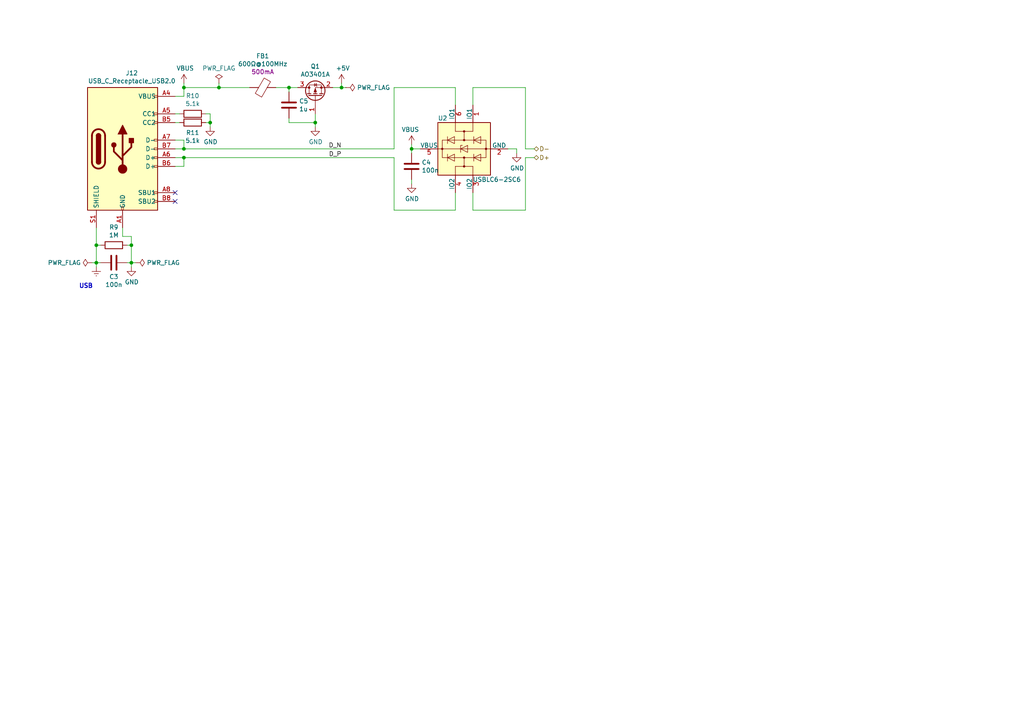
<source format=kicad_sch>
(kicad_sch (version 20200714) (host eeschema "(5.99.0-2360-g1790c536e)")
  (page 2 5)
  (paper "A4")
  (title_block (date "2020-08-29"))
  (lib_symbols
    (symbol "Connector:USB_C_Receptacle_USB2.0"
      (property "Reference" "J" (at -10.16 19.05 0))
      (property "Value" "USB_C_Receptacle_USB2.0" (at 19.05 19.05 0))
      (symbol "USB_C_Receptacle_USB2.0_0_1"
        (arc (start -8.89 -3.81) (end -5.08 -3.81) (radius (at -6.985 -3.81) (length 1.905) (angles -179.9 -0.1)) (stroke (width 0.508)))
        (arc (start -7.62 -3.81) (end -6.35 -3.81) (radius (at -6.985 -3.81) (length 0.635) (angles -179.9 -0.1)) (stroke (width 0.254)))
        (arc (start -7.62 -3.81) (end -6.35 -3.81) (radius (at -6.985 -3.81) (length 0.635) (angles -179.9 -0.1)) (stroke (width 0.254)) (fill (type outline)))
        (arc (start -6.35 3.81) (end -7.62 3.81) (radius (at -6.985 3.81) (length 0.635) (angles 0.1 179.9)) (stroke (width 0.254)) (fill (type outline)))
        (arc (start -6.35 3.81) (end -7.62 3.81) (radius (at -6.985 3.81) (length 0.635) (angles 0.1 179.9)) (stroke (width 0.254)))
        (arc (start -5.08 3.81) (end -8.89 3.81) (radius (at -6.985 3.81) (length 1.905) (angles 0.1 179.9)) (stroke (width 0.508)))
        (circle (center -2.54 1.143) (radius 0.635) (stroke (width 0.254)) (fill (type outline)))
        (circle (center 0 -5.842) (radius 1.27) (fill (type outline)))
        (rectangle (start -10.16 17.78) (end 10.16 -17.78) (stroke (width 0.254)) (fill (type background)))
        (rectangle (start -7.62 -3.81) (end -6.35 3.81) (stroke (width 0.254)) (fill (type outline)))
        (rectangle (start 1.905 1.778) (end 3.175 3.048) (stroke (width 0.254)) (fill (type outline)))
        (polyline (pts (xy -8.89 -3.81) (xy -8.89 3.81)) (stroke (width 0.508)))
        (polyline (pts (xy -5.08 3.81) (xy -5.08 -3.81)) (stroke (width 0.508)))
        (polyline (pts (xy 0 -5.842) (xy 0 4.318)) (stroke (width 0.508)))
        (polyline (pts (xy 0 -3.302) (xy -2.54 -0.762) (xy -2.54 0.508)) (stroke (width 0.508)))
        (polyline (pts (xy 0 -2.032) (xy 2.54 0.508) (xy 2.54 1.778)) (stroke (width 0.508)))
        (polyline (pts (xy -1.27 4.318) (xy 0 6.858) (xy 1.27 4.318) (xy -1.27 4.318)) (stroke (width 0.254)) (fill (type outline)))
      )
      (symbol "USB_C_Receptacle_USB2.0_0_0"
        (rectangle (start -0.254 -17.78) (end 0.254 -16.764))
        (rectangle (start 10.16 -14.986) (end 9.144 -15.494))
        (rectangle (start 10.16 -12.446) (end 9.144 -12.954))
        (rectangle (start 10.16 -4.826) (end 9.144 -5.334))
        (rectangle (start 10.16 -2.286) (end 9.144 -2.794))
        (rectangle (start 10.16 0.254) (end 9.144 -0.254))
        (rectangle (start 10.16 2.794) (end 9.144 2.286))
        (rectangle (start 10.16 7.874) (end 9.144 7.366))
        (rectangle (start 10.16 10.414) (end 9.144 9.906))
        (rectangle (start 10.16 15.494) (end 9.144 14.986))
      )
      (symbol "USB_C_Receptacle_USB2.0_1_1"
        (pin power_in line (at 0 -22.86 90) (length 5.08) (name "GND") (number "A1"))
        (pin passive line (at 0 -22.86 90) (length 5.08) hide (name "GND") (number "A12"))
        (pin power_in line (at 15.24 15.24 180) (length 5.08) (name "VBUS") (number "A4"))
        (pin bidirectional line (at 15.24 10.16 180) (length 5.08) (name "CC1") (number "A5"))
        (pin bidirectional line (at 15.24 -2.54 180) (length 5.08) (name "D+") (number "A6"))
        (pin bidirectional line (at 15.24 2.54 180) (length 5.08) (name "D-") (number "A7"))
        (pin bidirectional line (at 15.24 -12.7 180) (length 5.08) (name "SBU1") (number "A8"))
        (pin passive line (at 15.24 15.24 180) (length 5.08) hide (name "VBUS") (number "A9"))
        (pin passive line (at 0 -22.86 90) (length 5.08) hide (name "GND") (number "B1"))
        (pin passive line (at 0 -22.86 90) (length 5.08) hide (name "GND") (number "B12"))
        (pin passive line (at 15.24 15.24 180) (length 5.08) hide (name "VBUS") (number "B4"))
        (pin bidirectional line (at 15.24 7.62 180) (length 5.08) (name "CC2") (number "B5"))
        (pin bidirectional line (at 15.24 -5.08 180) (length 5.08) (name "D+") (number "B6"))
        (pin bidirectional line (at 15.24 0 180) (length 5.08) (name "D-") (number "B7"))
        (pin bidirectional line (at 15.24 -15.24 180) (length 5.08) (name "SBU2") (number "B8"))
        (pin passive line (at 15.24 15.24 180) (length 5.08) hide (name "VBUS") (number "B9"))
        (pin passive line (at -7.62 -22.86 90) (length 5.08) (name "SHIELD") (number "S1"))
      )
    )
    (symbol "Device:C" (pin_numbers hide) (pin_names (offset 0.254))
      (property "Reference" "C" (at 0.635 2.54 0))
      (property "Value" "C" (at 0.635 -2.54 0))
      (symbol "C_0_1"
        (polyline (pts (xy -2.032 -0.762) (xy 2.032 -0.762)) (stroke (width 0.508)))
        (polyline (pts (xy -2.032 0.762) (xy 2.032 0.762)) (stroke (width 0.508)))
      )
      (symbol "C_1_1"
        (pin passive line (at 0 3.81 270) (length 2.794) (name "~") (number "1"))
        (pin passive line (at 0 -3.81 90) (length 2.794) (name "~") (number "2"))
      )
    )
    (symbol "Device:Ferrite_Bead" (pin_numbers hide) (pin_names (offset 0))
      (property "Reference" "FB" (at -3.81 0.635 90))
      (property "Value" "Ferrite_Bead" (at 3.81 0 90))
      (symbol "Ferrite_Bead_0_1"
        (polyline (pts (xy 0 -1.27) (xy 0 -1.2192)))
        (polyline (pts (xy 0 1.27) (xy 0 1.2954)))
        (polyline (pts (xy -2.7686 0.4064) (xy -1.7018 2.2606) (xy 2.7686 -0.3048) (xy 1.6764 -2.159) (xy -2.7686 0.4064)))
      )
      (symbol "Ferrite_Bead_1_1"
        (pin passive line (at 0 3.81 270) (length 2.54) (name "~") (number "1"))
        (pin passive line (at 0 -3.81 90) (length 2.54) (name "~") (number "2"))
      )
    )
    (symbol "Device:R" (pin_numbers hide) (pin_names (offset 0))
      (property "Reference" "R" (at 2.032 0 90))
      (property "Value" "R" (at 0 0 90))
      (symbol "R_0_1"
        (rectangle (start -1.016 -2.54) (end 1.016 2.54) (stroke (width 0.254)))
      )
      (symbol "R_1_1"
        (pin passive line (at 0 3.81 270) (length 1.27) (name "~") (number "1"))
        (pin passive line (at 0 -3.81 90) (length 1.27) (name "~") (number "2"))
      )
    )
    (symbol "Device:R_1" (pin_numbers hide) (pin_names (offset 0))
      (property "Reference" "R" (at 2.032 0 90))
      (property "Value" "R" (at 0 0 90))
      (symbol "R_1_0_1"
        (rectangle (start -1.016 -2.54) (end 1.016 2.54) (stroke (width 0.254)))
      )
      (symbol "R_1_1_1"
        (pin passive line (at 0 3.81 270) (length 1.27) (name "~") (number "1"))
        (pin passive line (at 0 -3.81 90) (length 1.27) (name "~") (number "2"))
      )
    )
    (symbol "Power_Protection:USBLC6-2SC6" (pin_names (offset 0))
      (property "Reference" "U" (at 5.08 8.89 0))
      (property "Value" "USBLC6-2SC6" (at 10.16 -10.16 0))
      (symbol "USBLC6-2SC6_0_1"
        (circle (center -5.08 0) (radius 0.254) (fill (type outline)))
        (circle (center -2.54 0) (radius 0.254) (fill (type outline)))
        (circle (center 0 -6.35) (radius 0.254) (fill (type outline)))
        (circle (center 0 6.35) (radius 0.254) (fill (type outline)))
        (circle (center 2.54 0) (radius 0.254) (fill (type outline)))
        (circle (center 5.08 0) (radius 0.254) (fill (type outline)))
        (rectangle (start -7.62 -7.62) (end 7.62 7.62) (stroke (width 0.254)) (fill (type background)))
        (rectangle (start -2.54 6.35) (end 2.54 -6.35))
        (polyline (pts (xy -5.08 -2.54) (xy -7.62 -2.54)))
        (polyline (pts (xy -5.08 0) (xy -5.08 -2.54)))
        (polyline (pts (xy -5.08 2.54) (xy -7.62 2.54)))
        (polyline (pts (xy -1.524 -2.794) (xy -3.556 -2.794)))
        (polyline (pts (xy -1.524 4.826) (xy -3.556 4.826)))
        (polyline (pts (xy 0 -7.62) (xy 0 -6.35)))
        (polyline (pts (xy 0 -6.35) (xy 0 1.27)))
        (polyline (pts (xy 0 1.27) (xy 0 6.35)))
        (polyline (pts (xy 0 6.35) (xy 0 7.62)))
        (polyline (pts (xy 1.524 -2.794) (xy 3.556 -2.794)))
        (polyline (pts (xy 1.524 4.826) (xy 3.556 4.826)))
        (polyline (pts (xy 5.08 -2.54) (xy 7.62 -2.54)))
        (polyline (pts (xy 5.08 0) (xy 5.08 -2.54)))
        (polyline (pts (xy 5.08 2.54) (xy 7.62 2.54)))
        (polyline (pts (xy -2.54 0) (xy -5.08 0) (xy -5.08 2.54)))
        (polyline (pts (xy 2.54 0) (xy 5.08 0) (xy 5.08 2.54)))
        (polyline (pts (xy -3.556 -4.826) (xy -1.524 -4.826) (xy -2.54 -2.794) (xy -3.556 -4.826)))
        (polyline (pts (xy -3.556 2.794) (xy -1.524 2.794) (xy -2.54 4.826) (xy -3.556 2.794)))
        (polyline (pts (xy -1.016 -1.016) (xy 1.016 -1.016) (xy 0 1.016) (xy -1.016 -1.016)))
        (polyline (pts (xy 1.016 1.016) (xy 0.762 1.016) (xy -1.016 1.016) (xy -1.016 0.508)))
        (polyline (pts (xy 3.556 -4.826) (xy 1.524 -4.826) (xy 2.54 -2.794) (xy 3.556 -4.826)))
        (polyline (pts (xy 3.556 2.794) (xy 1.524 2.794) (xy 2.54 4.826) (xy 3.556 2.794)))
      )
      (symbol "USBLC6-2SC6_1_1"
        (pin passive line (at -12.7 -2.54 0) (length 5.08) (name "IO1") (number "1"))
        (pin passive line (at 0 -12.7 90) (length 5.08) (name "GND") (number "2"))
        (pin passive line (at 12.7 -2.54 180) (length 5.08) (name "IO2") (number "3"))
        (pin passive line (at 12.7 2.54 180) (length 5.08) (name "IO2") (number "4"))
        (pin passive line (at 0 12.7 270) (length 5.08) (name "VBUS") (number "5"))
        (pin passive line (at -12.7 2.54 0) (length 5.08) (name "IO1") (number "6"))
      )
    )
    (symbol "Transistor_FET:AO3401A" (pin_names (offset 0) hide)
      (property "Reference" "Q" (at 5.08 1.905 0))
      (property "Value" "AO3401A" (at 5.08 0 0))
      (symbol "AO3401A_0_1"
        (circle (center 1.651 0) (radius 2.8194) (stroke (width 0.254)))
        (circle (center 2.54 -1.778) (radius 0.2794) (fill (type outline)))
        (circle (center 2.54 1.778) (radius 0.2794) (fill (type outline)))
        (polyline (pts (xy -2.54 0) (xy 0.254 0)))
        (polyline (pts (xy 0.762 -1.778) (xy 2.54 -1.778)))
        (polyline (pts (xy 0.762 -1.27) (xy 0.762 -2.286)) (stroke (width 0.254)))
        (polyline (pts (xy 0.762 0) (xy 2.54 0)))
        (polyline (pts (xy 0.762 0.508) (xy 0.762 -0.508)) (stroke (width 0.254)))
        (polyline (pts (xy 0.762 1.778) (xy 2.54 1.778)))
        (polyline (pts (xy 0.762 2.286) (xy 0.762 1.27)) (stroke (width 0.254)))
        (polyline (pts (xy 2.54 -1.778) (xy 2.54 -2.54)))
        (polyline (pts (xy 2.54 -1.778) (xy 2.54 0)))
        (polyline (pts (xy 2.54 2.54) (xy 2.54 1.778)))
        (polyline (pts (xy 0.254 1.905) (xy 0.254 -1.905) (xy 0.254 -1.905)) (stroke (width 0.254)))
        (polyline (pts (xy 2.54 -1.778) (xy 3.302 -1.778) (xy 3.302 1.778) (xy 2.54 1.778)))
        (polyline (pts (xy 2.794 -0.508) (xy 2.921 -0.381) (xy 3.683 -0.381) (xy 3.81 -0.254)))
        (polyline (pts (xy 3.302 -0.381) (xy 2.921 0.254) (xy 3.683 0.254) (xy 3.302 -0.381)))
        (polyline (pts (xy 2.286 0) (xy 1.27 -0.381) (xy 1.27 0.381) (xy 2.286 0)) (fill (type outline)))
      )
      (symbol "AO3401A_1_1"
        (pin input line (at -5.08 0 0) (length 2.54) (name "G") (number "1"))
        (pin passive line (at 2.54 -5.08 90) (length 2.54) (name "S") (number "2"))
        (pin passive line (at 2.54 5.08 270) (length 2.54) (name "D") (number "3"))
      )
    )
    (symbol "power:+5V" (power) (pin_names (offset 0))
      (property "Value" "+5V" (at 0 3.556 0))
      (symbol "+5V_0_1"
        (polyline (pts (xy -0.762 1.27) (xy 0 2.54)))
        (polyline (pts (xy 0 0) (xy 0 2.54)))
        (polyline (pts (xy 0 2.54) (xy 0.762 1.27)))
      )
      (symbol "+5V_1_1"
        (pin power_in line (at 0 0 90) (length 0) hide (name "+5V") (number "1"))
      )
    )
    (symbol "power:Earth" (power) (pin_names (offset 0))
      (symbol "Earth_0_1"
        (polyline (pts (xy -0.635 -1.905) (xy 0.635 -1.905)))
        (polyline (pts (xy -0.127 -2.54) (xy 0.127 -2.54)))
        (polyline (pts (xy 0 -1.27) (xy 0 0)))
        (polyline (pts (xy 1.27 -1.27) (xy -1.27 -1.27)))
      )
      (symbol "Earth_1_1"
        (pin power_in line (at 0 0 270) (length 0) hide (name "Earth") (number "1"))
      )
    )
    (symbol "power:GND" (power) (pin_names (offset 0))
      (property "Value" "GND" (at 0 -3.81 0))
      (symbol "GND_0_1"
        (polyline (pts (xy 0 0) (xy 0 -1.27) (xy 1.27 -1.27) (xy 0 -2.54) (xy -1.27 -1.27) (xy 0 -1.27)))
      )
      (symbol "GND_1_1"
        (pin power_in line (at 0 0 270) (length 0) hide (name "GND") (number "1"))
      )
    )
    (symbol "power:PWR_FLAG" (power) (pin_numbers hide) (pin_names (offset 0) hide)
      (property "Value" "PWR_FLAG" (at 0 3.81 0))
      (symbol "PWR_FLAG_0_1"
        (polyline (pts (xy 0 0) (xy 0 1.27) (xy -1.016 1.905) (xy 0 2.54) (xy 1.016 1.905) (xy 0 1.27)))
      )
      (symbol "PWR_FLAG_0_0"
        (pin power_out line (at 0 0 90) (length 0) (name "pwr") (number "1"))
      )
    )
    (symbol "power:VBUS" (power) (pin_names (offset 0))
      (property "Value" "VBUS" (at 0 3.81 0))
      (symbol "VBUS_0_1"
        (polyline (pts (xy -0.762 1.27) (xy 0 2.54)))
        (polyline (pts (xy 0 0) (xy 0 2.54)))
        (polyline (pts (xy 0 2.54) (xy 0.762 1.27)))
      )
      (symbol "VBUS_1_1"
        (pin power_in line (at 0 0 90) (length 0) hide (name "VBUS") (number "1"))
      )
    )
  )
  (junction (at 27.94 71.12))
  (junction (at 27.94 76.2))
  (junction (at 38.1 71.12))
  (junction (at 38.1 76.2))
  (junction (at 53.34 25.4))
  (junction (at 53.34 43.18))
  (junction (at 53.34 45.72))
  (junction (at 60.96 35.56))
  (junction (at 63.5 25.4))
  (junction (at 83.82 25.4))
  (junction (at 91.44 35.56))
  (junction (at 99.06 25.4))
  (junction (at 119.38 43.18))
  (no_connect (at 50.8 55.88))
  (no_connect (at 50.8 58.42))
  (wire (pts (xy 26.67 76.2) (xy 27.94 76.2)))
  (wire (pts (xy 27.94 66.04) (xy 27.94 71.12)))
  (wire (pts (xy 27.94 71.12) (xy 27.94 76.2)))
  (wire (pts (xy 27.94 71.12) (xy 29.21 71.12)))
  (wire (pts (xy 27.94 76.2) (xy 27.94 77.47)))
  (wire (pts (xy 27.94 76.2) (xy 29.21 76.2)))
  (wire (pts (xy 35.56 66.04) (xy 35.56 68.58)))
  (wire (pts (xy 35.56 68.58) (xy 38.1 68.58)))
  (wire (pts (xy 36.83 71.12) (xy 38.1 71.12)))
  (wire (pts (xy 36.83 76.2) (xy 38.1 76.2)))
  (wire (pts (xy 38.1 68.58) (xy 38.1 71.12)))
  (wire (pts (xy 38.1 71.12) (xy 38.1 76.2)))
  (wire (pts (xy 38.1 76.2) (xy 38.1 77.47)))
  (wire (pts (xy 38.1 76.2) (xy 39.37 76.2)))
  (wire (pts (xy 50.8 27.94) (xy 53.34 27.94)))
  (wire (pts (xy 50.8 33.02) (xy 52.07 33.02)))
  (wire (pts (xy 50.8 35.56) (xy 52.07 35.56)))
  (wire (pts (xy 50.8 40.64) (xy 53.34 40.64)))
  (wire (pts (xy 50.8 43.18) (xy 53.34 43.18)))
  (wire (pts (xy 50.8 45.72) (xy 53.34 45.72)))
  (wire (pts (xy 53.34 24.13) (xy 53.34 25.4)))
  (wire (pts (xy 53.34 25.4) (xy 53.34 27.94)))
  (wire (pts (xy 53.34 25.4) (xy 63.5 25.4)))
  (wire (pts (xy 53.34 40.64) (xy 53.34 43.18)))
  (wire (pts (xy 53.34 43.18) (xy 114.3 43.18)))
  (wire (pts (xy 53.34 45.72) (xy 53.34 48.26)))
  (wire (pts (xy 53.34 45.72) (xy 114.3 45.72)))
  (wire (pts (xy 53.34 48.26) (xy 50.8 48.26)))
  (wire (pts (xy 59.69 33.02) (xy 60.96 33.02)))
  (wire (pts (xy 59.69 35.56) (xy 60.96 35.56)))
  (wire (pts (xy 60.96 33.02) (xy 60.96 35.56)))
  (wire (pts (xy 60.96 35.56) (xy 60.96 36.83)))
  (wire (pts (xy 63.5 24.13) (xy 63.5 25.4)))
  (wire (pts (xy 63.5 25.4) (xy 72.39 25.4)))
  (wire (pts (xy 80.01 25.4) (xy 83.82 25.4)))
  (wire (pts (xy 83.82 25.4) (xy 83.82 26.67)))
  (wire (pts (xy 83.82 25.4) (xy 86.36 25.4)))
  (wire (pts (xy 83.82 34.29) (xy 83.82 35.56)))
  (wire (pts (xy 83.82 35.56) (xy 91.44 35.56)))
  (wire (pts (xy 91.44 33.02) (xy 91.44 35.56)))
  (wire (pts (xy 91.44 35.56) (xy 91.44 36.83)))
  (wire (pts (xy 96.52 25.4) (xy 99.06 25.4)))
  (wire (pts (xy 99.06 24.13) (xy 99.06 25.4)))
  (wire (pts (xy 99.06 25.4) (xy 100.33 25.4)))
  (wire (pts (xy 114.3 25.4) (xy 114.3 43.18)))
  (wire (pts (xy 114.3 45.72) (xy 114.3 60.96)))
  (wire (pts (xy 114.3 60.96) (xy 132.08 60.96)))
  (wire (pts (xy 119.38 41.91) (xy 119.38 43.18)))
  (wire (pts (xy 119.38 43.18) (xy 119.38 44.45)))
  (wire (pts (xy 119.38 52.07) (xy 119.38 53.34)))
  (wire (pts (xy 121.92 43.18) (xy 119.38 43.18)))
  (wire (pts (xy 132.08 25.4) (xy 114.3 25.4)))
  (wire (pts (xy 132.08 30.48) (xy 132.08 25.4)))
  (wire (pts (xy 132.08 60.96) (xy 132.08 55.88)))
  (wire (pts (xy 137.16 25.4) (xy 152.4 25.4)))
  (wire (pts (xy 137.16 30.48) (xy 137.16 25.4)))
  (wire (pts (xy 137.16 55.88) (xy 137.16 60.96)))
  (wire (pts (xy 137.16 60.96) (xy 152.4 60.96)))
  (wire (pts (xy 147.32 43.18) (xy 149.86 43.18)))
  (wire (pts (xy 149.86 43.18) (xy 149.86 44.45)))
  (wire (pts (xy 152.4 25.4) (xy 152.4 43.18)))
  (wire (pts (xy 152.4 43.18) (xy 154.94 43.18)))
  (wire (pts (xy 152.4 45.72) (xy 154.94 45.72)))
  (wire (pts (xy 152.4 60.96) (xy 152.4 45.72)))
  (text "USB" (at 22.86 83.82 0) (effects (font (size 1.27 1.27) (thickness 0.254) bold) (justify left bottom)))
  (label "D_N" (at 99.06 43.18 180))
  (label "D_P" (at 99.06 45.72 180))
  (hierarchical_label "D-" (shape bidirectional) (at 154.94 43.18 0))
  (hierarchical_label "D+" (shape bidirectional) (at 154.94 45.72 0))
  (symbol (lib_id "power:PWR_FLAG") (at 26.67 76.2 90) (unit 1)
    (property "Reference" "#FLG0103" (effects hide))
    (property "Value" "PWR_FLAG" (at 23.495 76.2 90) (effects (justify left)))
  )
  (symbol (lib_id "power:PWR_FLAG") (at 39.37 76.2 270) (unit 1)
    (property "Reference" "#FLG0105" (effects hide))
    (property "Value" "PWR_FLAG" (at 42.5451 76.2 90) (effects (justify left)))
  )
  (symbol (lib_id "power:PWR_FLAG") (at 63.5 24.13 0) (unit 1)
    (property "Reference" "#FLG0104" (effects hide))
    (property "Value" "PWR_FLAG" (at 63.5 19.8056 0))
  )
  (symbol (lib_id "power:PWR_FLAG") (at 100.33 25.4 270) (unit 1)
    (property "Reference" "#FLG0102" (effects hide))
    (property "Value" "PWR_FLAG" (at 103.5051 25.4 90) (effects (justify left)))
  )
  (symbol (lib_id "power:VBUS") (at 53.34 24.13 0) (unit 1)
    (property "Reference" "#PWR0101" (effects hide))
    (property "Value" "VBUS" (at 53.7083 19.8056 0))
  )
  (symbol (lib_id "power:+5V") (at 99.06 24.13 0) (unit 1)
    (property "Reference" "#PWR0105" (effects hide))
    (property "Value" "+5V" (at 99.4283 19.8056 0))
  )
  (symbol (lib_id "power:VBUS") (at 119.38 41.91 0) (mirror y) (unit 1)
    (property "Reference" "#PWR0107" (effects hide))
    (property "Value" "VBUS" (at 119.0117 37.5856 0))
  )
  (symbol (lib_id "power:Earth") (at 27.94 77.47 0) (unit 1)
    (property "Reference" "#PWR0103" (effects hide))
    (property "Value" "Earth" (effects hide))
  )
  (symbol (lib_id "power:GND") (at 38.1 77.47 0) (unit 1)
    (property "Reference" "#PWR0102" (effects hide))
    (property "Value" "GND" (at 38.2143 81.7944 0))
  )
  (symbol (lib_id "power:GND") (at 60.96 36.83 0) (unit 1)
    (property "Reference" "#PWR0104" (effects hide))
    (property "Value" "GND" (at 61.0743 41.1544 0))
  )
  (symbol (lib_id "power:GND") (at 91.44 36.83 0) (unit 1)
    (property "Reference" "#PWR0106" (effects hide))
    (property "Value" "GND" (at 91.5543 41.1544 0))
  )
  (symbol (lib_id "power:GND") (at 119.38 53.34 0) (unit 1)
    (property "Reference" "#PWR0109" (effects hide))
    (property "Value" "GND" (at 119.4943 57.6644 0))
  )
  (symbol (lib_id "power:GND") (at 149.86 44.45 0) (unit 1)
    (property "Reference" "#PWR0108" (effects hide))
    (property "Value" "GND" (at 149.9743 48.7744 0))
  )
  (symbol (lib_id "Device:R") (at 33.02 71.12 270) (mirror x) (unit 1)
    (property "Reference" "R9" (at 33.02 65.8938 90))
    (property "Value" "1M" (at 33.02 68.193 90))
    (property "Footprint" "Resistor_SMD:R_0603_1608Metric_Icon" (effects hide))
  )
  (symbol (lib_id "Device:R") (at 55.88 33.02 270) (mirror x) (unit 1)
    (property "Reference" "R10" (at 55.88 27.7938 90))
    (property "Value" "5.1k" (at 55.88 30.0925 90))
    (property "Footprint" "Resistor_SMD:R_0603_1608Metric_Icon" (effects hide))
  )
  (symbol (lib_name "Device:R_1") (lib_id "Device:R") (at 55.88 35.56 270) (mirror x) (unit 1)
    (property "Reference" "R11" (at 55.88 38.4874 90))
    (property "Value" "5.1k" (at 55.88 40.7861 90))
    (property "Footprint" "Resistor_SMD:R_0603_1608Metric_Icon" (effects hide))
  )
  (symbol (lib_id "Device:C") (at 33.02 76.2 90) (unit 1)
    (property "Reference" "C3" (at 33.02 80.2704 90))
    (property "Value" "100n" (at 33.02 82.569 90))
    (property "Footprint" "Capacitor_SMD:C_0603_1608Metric_Icon" (effects hide))
  )
  (symbol (lib_id "Device:C") (at 83.82 30.48 180) (unit 1)
    (property "Reference" "C5" (at 86.7411 29.3306 0) (effects (justify right)))
    (property "Value" "1u" (at 86.741 31.629 0) (effects (justify right)))
    (property "Footprint" "Capacitor_SMD:C_0603_1608Metric_Icon" (effects hide))
  )
  (symbol (lib_id "Device:C") (at 119.38 48.26 180) (unit 1)
    (property "Reference" "C4" (at 122.3011 47.1106 0) (effects (justify right)))
    (property "Value" "100n" (at 122.3011 49.4093 0) (effects (justify right)))
    (property "Footprint" "Capacitor_SMD:C_0603_1608Metric_Icon" (effects hide))
  )
  (symbol (lib_id "Device:Ferrite_Bead") (at 76.2 25.4 270) (unit 1)
    (property "Reference" "FB1" (at 76.2 16.2496 90))
    (property "Value" "600Ω@100MHz" (at 76.2 18.5483 90))
    (property "Footprint" "Inductor_SMD:L_0603_1608Metric" (effects hide))
    (property "Datasheet" "https://datasheet.lcsc.com/szlcsc/1809192135_TAITEC-FCM1608KF-601T05_C133937.pdf" (effects hide))
    (property "MPN" "FCM1608KF-601T05" (effects hide))
    (property "I_max" "500mA" (at 76.2 20.847 90))
  )
  (symbol (lib_id "Transistor_FET:AO3401A") (at 91.44 27.94 90) (unit 1)
    (property "Reference" "Q1" (at 91.44 19.2594 90))
    (property "Value" "AO3401A" (at 91.44 21.5581 90))
    (property "Footprint" "Package_TO_SOT_SMD:SOT-23" (effects hide))
    (property "Datasheet" "http://www.aosmd.com/pdfs/datasheet/AO3401A.pdf" (effects hide))
  )
  (symbol (lib_id "Power_Protection:USBLC6-2SC6") (at 134.62 43.18 90) (mirror x) (unit 1)
    (property "Reference" "U2" (at 127 34.29 90) (effects (justify right)))
    (property "Value" "USBLC6-2SC6" (at 151.13 52.07 90) (effects (justify left)))
    (property "Footprint" "Package_TO_SOT_SMD:SOT-23-6" (effects hide))
    (property "Datasheet" "http://www2.st.com/resource/en/datasheet/CD00050750.pdf" (effects hide))
  )
  (symbol (lib_id "Connector:USB_C_Receptacle_USB2.0") (at 35.56 43.18 0) (unit 1)
    (property "Reference" "J12" (at 38.227 21.1898 0))
    (property "Value" "USB_C_Receptacle_USB2.0" (at 38.227 23.4885 0))
    (property "Footprint" "Connector_USB:USB_C_Receptacle_Palconn_UTC16-G" (effects hide))
    (property "Datasheet" "https://www.usb.org/sites/default/files/documents/usb_type-c.zip" (effects hide))
  )
)
</source>
